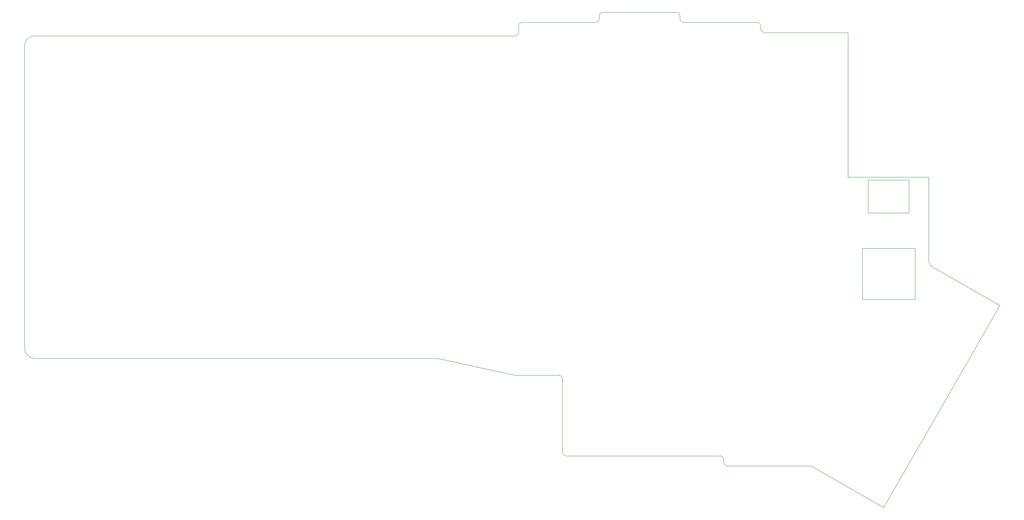
<source format=gbr>
%TF.GenerationSoftware,KiCad,Pcbnew,(5.1.9-0-10_14)*%
%TF.CreationDate,2021-04-15T22:48:35-05:00*%
%TF.ProjectId,wren-plate-left,7772656e-2d70-46c6-9174-652d6c656674,rev?*%
%TF.SameCoordinates,Original*%
%TF.FileFunction,Profile,NP*%
%FSLAX46Y46*%
G04 Gerber Fmt 4.6, Leading zero omitted, Abs format (unit mm)*
G04 Created by KiCad (PCBNEW (5.1.9-0-10_14)) date 2021-04-15 22:48:35*
%MOMM*%
%LPD*%
G01*
G04 APERTURE LIST*
%TA.AperFunction,Profile*%
%ADD10C,0.050000*%
%TD*%
G04 APERTURE END LIST*
D10*
X231762500Y-26193750D02*
X211931250Y-26193750D01*
X231762500Y-60325000D02*
X231762500Y-26193750D01*
X250806500Y-60325000D02*
X250825000Y-80168750D01*
X250806500Y-60325000D02*
X231762500Y-60325000D01*
X246189500Y-61055250D02*
X246189500Y-61182250D01*
X236537500Y-61055250D02*
X246189500Y-61055250D01*
X246189500Y-68802250D02*
X236537500Y-68802250D01*
X246189500Y-61182250D02*
X246189500Y-68802250D01*
X236537500Y-68802250D02*
X236537500Y-61055250D01*
X247586500Y-89249250D02*
X235140500Y-89249250D01*
X247586500Y-77184250D02*
X247586500Y-89249250D01*
X235140500Y-77184250D02*
X247586500Y-77184250D01*
X235140500Y-89249250D02*
X235140500Y-77184250D01*
X173037500Y-22225000D02*
X173037500Y-23018750D01*
X267589000Y-90678000D02*
X251702548Y-81588653D01*
X260350000Y-103251000D02*
X267589000Y-90678000D01*
X240157000Y-138430000D02*
X260350000Y-103251000D01*
X223043750Y-128587500D02*
X240157000Y-138430000D01*
X203200000Y-128587500D02*
X223043750Y-128587500D01*
X202406250Y-127000000D02*
X202406250Y-127793750D01*
X203200000Y-128587500D02*
G75*
G02*
X202406250Y-127793750I0J793750D01*
G01*
X201612500Y-126206250D02*
G75*
G02*
X202406250Y-127000000I0J-793750D01*
G01*
X165100000Y-126206250D02*
X201612500Y-126206250D01*
X165100000Y-126206250D02*
G75*
G02*
X164306250Y-125412500I0J793750D01*
G01*
X164306250Y-107950000D02*
X164306250Y-125412500D01*
X163512500Y-107156250D02*
G75*
G02*
X164306250Y-107950000I0J-793750D01*
G01*
X153193750Y-107156250D02*
X163512500Y-107156250D01*
X134937500Y-103187500D02*
X153193750Y-107156250D01*
X39687500Y-103187500D02*
X134937500Y-103187500D01*
X251702548Y-81588653D02*
G75*
G02*
X250825000Y-80168750I709952J1419903D01*
G01*
X211137500Y-24606250D02*
X211137500Y-25400000D01*
X192881250Y-23812500D02*
X210343750Y-23812500D01*
X192087500Y-22225000D02*
X192087500Y-23018750D01*
X173831250Y-21431250D02*
X191293750Y-21431250D01*
X154781250Y-23812500D02*
X172243750Y-23812500D01*
X153987500Y-26193750D02*
X153987500Y-24606250D01*
X39687500Y-26987500D02*
X153193750Y-26987500D01*
X211931250Y-26193750D02*
G75*
G02*
X211137500Y-25400000I0J793750D01*
G01*
X210343750Y-23812500D02*
G75*
G02*
X211137500Y-24606250I0J-793750D01*
G01*
X192881250Y-23812500D02*
G75*
G02*
X192087500Y-23018750I0J793750D01*
G01*
X191293750Y-21431250D02*
G75*
G02*
X192087500Y-22225000I0J-793750D01*
G01*
X153987500Y-24606250D02*
G75*
G02*
X154781250Y-23812500I793750J0D01*
G01*
X153987500Y-26193750D02*
G75*
G02*
X153193750Y-26987500I-793750J0D01*
G01*
X173037500Y-22225000D02*
G75*
G02*
X173831250Y-21431250I793750J0D01*
G01*
X173037500Y-23018750D02*
G75*
G02*
X172243750Y-23812500I-793750J0D01*
G01*
X37306250Y-100806250D02*
X37306250Y-29368750D01*
X39687500Y-103187500D02*
G75*
G02*
X37306250Y-100806250I0J2381250D01*
G01*
X37306250Y-29368750D02*
G75*
G02*
X39687500Y-26987500I2381250J0D01*
G01*
M02*

</source>
